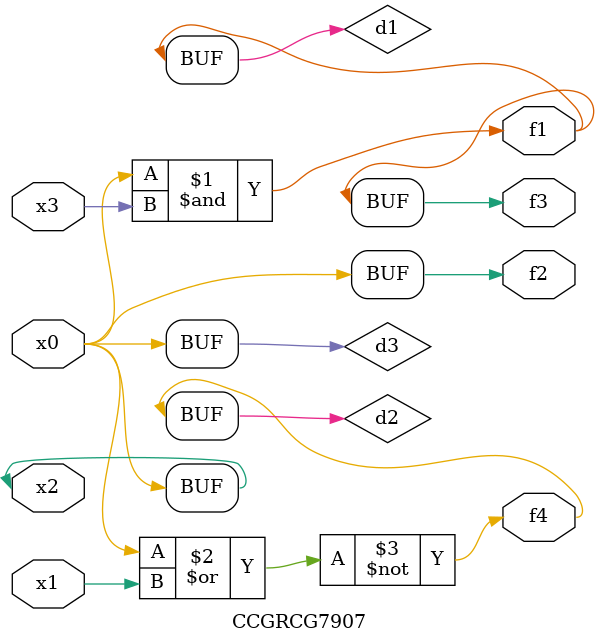
<source format=v>
module CCGRCG7907(
	input x0, x1, x2, x3,
	output f1, f2, f3, f4
);

	wire d1, d2, d3;

	and (d1, x2, x3);
	nor (d2, x0, x1);
	buf (d3, x0, x2);
	assign f1 = d1;
	assign f2 = d3;
	assign f3 = d1;
	assign f4 = d2;
endmodule

</source>
